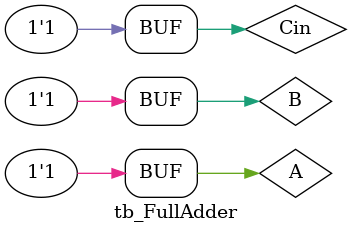
<source format=v>
`timescale 1ns / 1ps


module tb_FullAdder;

	// Inputs
	reg A;
	reg B;
	reg Cin;

	// Outputs
	wire Sum;
	wire Cout;

	// Instantiate the Unit Under Test (UUT)
	FullAdder uut (
		.A(A), 
		.B(B), 
		.Cin(Cin), 
		.Sum(Sum), 
		.Cout(Cout)
	);

	initial begin
		A = 0;B = 0;Cin = 0;#100;
      A = 0;B = 0;Cin = 1;#100;
		A = 0;B = 1;Cin = 0;#100;
		A = 0;B = 1;Cin = 1;#100;
		A = 1;B = 0;Cin = 0;#100;
		A = 1;B = 0;Cin = 1;#100;
		A = 1;B = 1;Cin = 0;#100;
		A = 1;B = 1;Cin = 1;#100;
	end
      
endmodule


</source>
